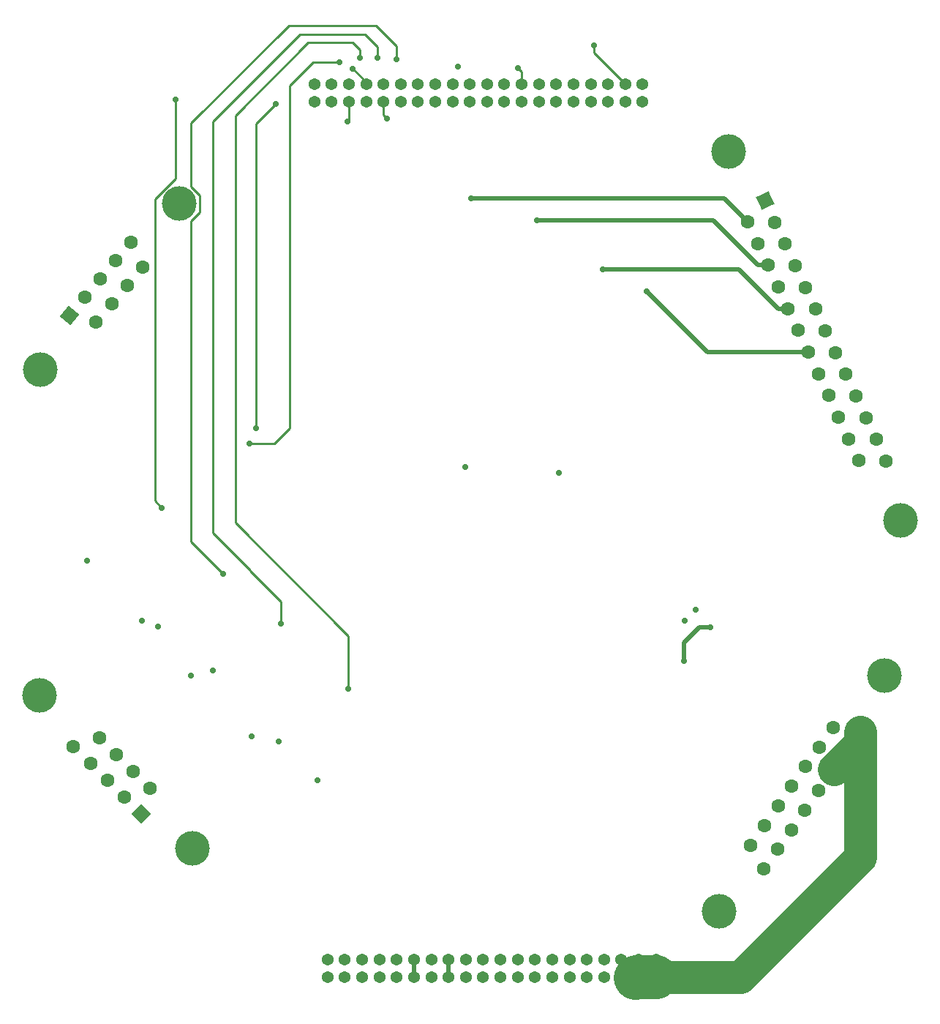
<source format=gbr>
%TF.GenerationSoftware,KiCad,Pcbnew,7.0.7*%
%TF.CreationDate,2024-03-26T09:21:42-07:00*%
%TF.ProjectId,Connector-board,436f6e6e-6563-4746-9f72-2d626f617264,rev?*%
%TF.SameCoordinates,Original*%
%TF.FileFunction,Copper,L4,Bot*%
%TF.FilePolarity,Positive*%
%FSLAX46Y46*%
G04 Gerber Fmt 4.6, Leading zero omitted, Abs format (unit mm)*
G04 Created by KiCad (PCBNEW 7.0.7) date 2024-03-26 09:21:42*
%MOMM*%
%LPD*%
G01*
G04 APERTURE LIST*
G04 Aperture macros list*
%AMRotRect*
0 Rectangle, with rotation*
0 The origin of the aperture is its center*
0 $1 length*
0 $2 width*
0 $3 Rotation angle, in degrees counterclockwise*
0 Add horizontal line*
21,1,$1,$2,0,0,$3*%
G04 Aperture macros list end*
%TA.AperFunction,ComponentPad*%
%ADD10C,4.000000*%
%TD*%
%TA.AperFunction,ComponentPad*%
%ADD11RotRect,1.600000X1.600000X115.000000*%
%TD*%
%TA.AperFunction,ComponentPad*%
%ADD12C,1.600000*%
%TD*%
%TA.AperFunction,ComponentPad*%
%ADD13C,1.371600*%
%TD*%
%TA.AperFunction,ComponentPad*%
%ADD14RotRect,1.600000X1.600000X315.000000*%
%TD*%
%TA.AperFunction,ComponentPad*%
%ADD15RotRect,1.600000X1.600000X55.000000*%
%TD*%
%TA.AperFunction,ComponentPad*%
%ADD16RotRect,1.600000X1.600000X230.000000*%
%TD*%
%TA.AperFunction,ViaPad*%
%ADD17C,0.711200*%
%TD*%
%TA.AperFunction,Conductor*%
%ADD18C,3.810000*%
%TD*%
%TA.AperFunction,Conductor*%
%ADD19C,5.080000*%
%TD*%
%TA.AperFunction,Conductor*%
%ADD20C,0.508000*%
%TD*%
%TA.AperFunction,Conductor*%
%ADD21C,0.254000*%
%TD*%
G04 APERTURE END LIST*
D10*
%TO.P,PT_DSUB1,0*%
%TO.N,N/C*%
X222383093Y-106381776D03*
X202477772Y-63694679D03*
D11*
%TO.P,PT_DSUB1,1,1*%
%TO.N,PT1_E+*%
X206693474Y-69375274D03*
D12*
%TO.P,PT_DSUB1,2,2*%
%TO.N,PT1_E-*%
X207864127Y-71885747D03*
%TO.P,PT_DSUB1,3,3*%
%TO.N,PT1_E+*%
X209034779Y-74396219D03*
%TO.P,PT_DSUB1,4,4*%
%TO.N,PT1_E-*%
X210205432Y-76906692D03*
%TO.P,PT_DSUB1,5,5*%
%TO.N,PT1_E+*%
X211376084Y-79417164D03*
%TO.P,PT_DSUB1,6,6*%
%TO.N,PT1_E-*%
X212546737Y-81927637D03*
%TO.P,PT_DSUB1,7,7*%
%TO.N,PT1_E+*%
X213717390Y-84438109D03*
%TO.P,PT_DSUB1,8,8*%
%TO.N,PT1_E-*%
X214888042Y-86948582D03*
%TO.P,PT_DSUB1,9,9*%
%TO.N,PT1_E+*%
X216058695Y-89459055D03*
%TO.P,PT_DSUB1,10,10*%
%TO.N,PT1_E-*%
X217229347Y-91969527D03*
%TO.P,PT_DSUB1,11,11*%
%TO.N,PT1_E+*%
X218400000Y-94480000D03*
%TO.P,PT_DSUB1,12,12*%
%TO.N,PT1_E-*%
X219570652Y-96990472D03*
%TO.P,PT_DSUB1,13,13*%
%TO.N,unconnected-(PT_DSUB1-Pad13)*%
X220741305Y-99500945D03*
%TO.P,PT_DSUB1,14,P14*%
%TO.N,PT1_A+*%
X204704886Y-71830746D03*
%TO.P,PT_DSUB1,15,P15*%
%TO.N,unconnected-(PT_DSUB1-P15-Pad15)*%
X205875539Y-74341219D03*
%TO.P,PT_DSUB1,16,P16*%
%TO.N,PT2_A+*%
X207046191Y-76851691D03*
%TO.P,PT_DSUB1,17,P17*%
%TO.N,unconnected-(PT_DSUB1-P17-Pad17)*%
X208216844Y-79362164D03*
%TO.P,PT_DSUB1,18,P18*%
%TO.N,PT3_A+*%
X209387497Y-81872636D03*
%TO.P,PT_DSUB1,19,P19*%
%TO.N,unconnected-(PT_DSUB1-P19-Pad19)*%
X210558149Y-84383109D03*
%TO.P,PT_DSUB1,20,P20*%
%TO.N,PT4_A+*%
X211728802Y-86893582D03*
%TO.P,PT_DSUB1,21,P21*%
%TO.N,unconnected-(PT_DSUB1-P21-Pad21)*%
X212899454Y-89404054D03*
%TO.P,PT_DSUB1,22,P22*%
%TO.N,PT5_A+*%
X214070107Y-91914527D03*
%TO.P,PT_DSUB1,23,P23*%
%TO.N,unconnected-(PT_DSUB1-P23-Pad23)*%
X215240759Y-94424999D03*
%TO.P,PT_DSUB1,24,P24*%
%TO.N,PT6_A+*%
X216411412Y-96935472D03*
%TO.P,PT_DSUB1,25,P25*%
%TO.N,unconnected-(PT_DSUB1-P25-Pad25)*%
X217582065Y-99445944D03*
%TD*%
D13*
%TO.P,J1,A1,Pin_1*%
%TO.N,+3.3V*%
X156086831Y-159170000D03*
%TO.P,J1,A2,Pin_2*%
X156086831Y-157170000D03*
%TO.P,J1,A3,Pin_3*%
%TO.N,PT1_E-*%
X158086831Y-159170000D03*
%TO.P,J1,A4,Pin_4*%
X158086831Y-157170000D03*
%TO.P,J1,A5,Pin_5*%
%TO.N,PT1_E+*%
X160086831Y-159170000D03*
%TO.P,J1,A6,Pin_6*%
X160086831Y-157170000D03*
%TO.P,J1,A7,Pin_7*%
X162086831Y-159170000D03*
%TO.P,J1,A8,Pin_8*%
X162086831Y-157170000D03*
%TO.P,J1,A9,Pin_9*%
%TO.N,PT1_E-*%
X164086831Y-159170000D03*
%TO.P,J1,A10,Pin_10*%
X164086831Y-157170000D03*
%TO.P,J1,A11,Pin_11*%
%TO.N,FLIGHT_LOX_VENT*%
X166086831Y-159170000D03*
%TO.P,J1,A12,Pin_12*%
X166086831Y-157170000D03*
%TO.P,J1,A13,Pin_13*%
%TO.N,PT1_E-*%
X168086831Y-159170000D03*
%TO.P,J1,A14,Pin_14*%
X168086831Y-157170000D03*
%TO.P,J1,A15,Pin_15*%
%TO.N,FLIGHT_ETH_VENT*%
X170086831Y-159170000D03*
%TO.P,J1,A16,Pin_16*%
X170086831Y-157170000D03*
%TO.P,J1,A17,Pin_17*%
%TO.N,PT1_E-*%
X172086831Y-159170000D03*
%TO.P,J1,A18,Pin_18*%
X172086831Y-157170000D03*
%TO.P,J1,A19,Pin_19*%
%TO.N,FLIGHT_ETH_MAIN*%
X174086831Y-159170000D03*
%TO.P,J1,A20,Pin_20*%
X174086831Y-157170000D03*
%TO.P,J1,A21,Pin_21*%
%TO.N,PT1_E-*%
X176086831Y-159170000D03*
%TO.P,J1,A22,Pin_22*%
X176086831Y-157170000D03*
%TO.P,J1,A23,Pin_23*%
%TO.N,unconnected-(J1A-Pin_23-PadA23)*%
X178086831Y-159170000D03*
%TO.P,J1,A24,Pin_24*%
%TO.N,unconnected-(J1A-Pin_24-PadA24)*%
X178086831Y-157170000D03*
%TO.P,J1,A25,Pin_25*%
%TO.N,PT1_E-*%
X180086831Y-159170000D03*
%TO.P,J1,A26,Pin_26*%
X180086831Y-157170000D03*
%TO.P,J1,A27,Pin_27*%
%TO.N,unconnected-(J1A-Pin_27-PadA27)*%
X182086831Y-159170000D03*
%TO.P,J1,A28,Pin_28*%
%TO.N,unconnected-(J1A-Pin_28-PadA28)*%
X182086831Y-157170000D03*
%TO.P,J1,A29,Pin_29*%
%TO.N,unconnected-(J1A-Pin_29-PadA29)*%
X184086831Y-159170000D03*
%TO.P,J1,A30,Pin_30*%
%TO.N,unconnected-(J1A-Pin_30-PadA30)*%
X184086831Y-157170000D03*
%TO.P,J1,A31,Pin_31*%
%TO.N,unconnected-(J1A-Pin_31-PadA31)*%
X186086831Y-159170000D03*
%TO.P,J1,A32,Pin_32*%
%TO.N,unconnected-(J1A-Pin_32-PadA32)*%
X186086831Y-157170000D03*
%TO.P,J1,A33,Pin_33*%
%TO.N,unconnected-(J1A-Pin_33-PadA33)*%
X188086731Y-159170000D03*
%TO.P,J1,A34,Pin_34*%
%TO.N,unconnected-(J1A-Pin_34-PadA34)*%
X188086731Y-157170000D03*
%TO.P,J1,A35,Pin_35*%
%TO.N,PWR_SUP*%
X190086731Y-159170000D03*
%TO.P,J1,A36,Pin_36*%
X190086731Y-157170000D03*
%TO.P,J1,A37,Pin_37*%
X192086731Y-159170000D03*
%TO.P,J1,A38,Pin_38*%
X192086731Y-157170000D03*
%TO.P,J1,A39,Pin_39*%
X194086731Y-159170000D03*
%TO.P,J1,A40,Pin_40*%
X194086731Y-157170000D03*
%TO.P,J1,B1,Pin_1*%
%TO.N,unconnected-(J1B-Pin_1-PadB1)*%
X154550000Y-57900000D03*
%TO.P,J1,B2,Pin_2*%
%TO.N,SPI_SCK*%
X154550000Y-55900000D03*
%TO.P,J1,B3,Pin_3*%
%TO.N,unconnected-(J1B-Pin_3-PadB3)*%
X156550000Y-57900000D03*
%TO.P,J1,B4,Pin_4*%
%TO.N,SPI_MISO*%
X156550000Y-55900000D03*
%TO.P,J1,B5,Pin_5*%
%TO.N,PT1_E-*%
X158550000Y-57900000D03*
%TO.P,J1,B6,Pin_6*%
%TO.N,SPI_MOSI*%
X158550000Y-55900000D03*
%TO.P,J1,B7,Pin_7*%
%TO.N,unconnected-(J1B-Pin_7-PadB7)*%
X160550000Y-57900000D03*
%TO.P,J1,B8,Pin_8*%
%TO.N,PT1_E-*%
X160550000Y-55900000D03*
%TO.P,J1,B9,Pin_9*%
X162549900Y-57900000D03*
%TO.P,J1,B10,Pin_10*%
%TO.N,TC1_CS*%
X162549900Y-55900000D03*
%TO.P,J1,B11,Pin_11*%
%TO.N,PT1_E+*%
X164549900Y-57900000D03*
%TO.P,J1,B12,Pin_12*%
%TO.N,TC2_CS*%
X164549900Y-55900000D03*
%TO.P,J1,B13,Pin_13*%
%TO.N,PT1_E-*%
X166549900Y-57900000D03*
%TO.P,J1,B14,Pin_14*%
%TO.N,TC3_CS*%
X166549900Y-55900000D03*
%TO.P,J1,B15,Pin_15*%
%TO.N,PT1_A+*%
X168549900Y-57900000D03*
%TO.P,J1,B16,Pin_16*%
%TO.N,TC4_CS*%
X168549900Y-55900000D03*
%TO.P,J1,B17,Pin_17*%
%TO.N,PT1_E-*%
X170549900Y-57900000D03*
%TO.P,J1,B18,Pin_18*%
X170549900Y-55900000D03*
%TO.P,J1,B19,Pin_19*%
%TO.N,PT1_E+*%
X172549900Y-57900000D03*
%TO.P,J1,B20,Pin_20*%
%TO.N,unconnected-(J1B-Pin_20-PadB20)*%
X172549900Y-55900000D03*
%TO.P,J1,B21,Pin_21*%
%TO.N,PT1_E-*%
X174549900Y-57900000D03*
%TO.P,J1,B22,Pin_22*%
%TO.N,unconnected-(J1B-Pin_22-PadB22)*%
X174549900Y-55900000D03*
%TO.P,J1,B23,Pin_23*%
%TO.N,PT2_A+*%
X176549900Y-57900000D03*
%TO.P,J1,B24,Pin_24*%
%TO.N,unconnected-(J1B-Pin_24-PadB24)*%
X176549900Y-55900000D03*
%TO.P,J1,B25,Pin_25*%
%TO.N,PT1_E-*%
X178549900Y-57900000D03*
%TO.P,J1,B26,Pin_26*%
X178549900Y-55900000D03*
%TO.P,J1,B27,Pin_27*%
%TO.N,PT1_E+*%
X180549900Y-57900000D03*
%TO.P,J1,B28,Pin_28*%
X180549900Y-55900000D03*
%TO.P,J1,B29,Pin_29*%
%TO.N,PT1_E-*%
X182549900Y-57900000D03*
%TO.P,J1,B30,Pin_30*%
X182549900Y-55900000D03*
%TO.P,J1,B31,Pin_31*%
%TO.N,PT3_A+*%
X184549900Y-57900000D03*
%TO.P,J1,B32,Pin_32*%
%TO.N,PT5_A+*%
X184549900Y-55900000D03*
%TO.P,J1,B33,Pin_33*%
%TO.N,PT1_E-*%
X186549900Y-57900000D03*
%TO.P,J1,B34,Pin_34*%
X186549900Y-55900000D03*
%TO.P,J1,B35,Pin_35*%
%TO.N,PT1_E+*%
X188549900Y-57900000D03*
%TO.P,J1,B36,Pin_36*%
X188549900Y-55900000D03*
%TO.P,J1,B37,Pin_37*%
%TO.N,PT1_E-*%
X190549900Y-57900000D03*
%TO.P,J1,B38,Pin_38*%
X190549900Y-55900000D03*
%TO.P,J1,B39,Pin_39*%
%TO.N,PT4_A+*%
X192549900Y-57900000D03*
%TO.P,J1,B40,Pin_40*%
%TO.N,PT6_A+*%
X192549900Y-55900000D03*
%TD*%
D10*
%TO.P,4TC_DSUB1,0*%
%TO.N,N/C*%
X122764701Y-126571772D03*
X140442371Y-144249442D03*
D14*
%TO.P,4TC_DSUB1,1,1*%
%TO.N,TC1_T-*%
X134516816Y-140332070D03*
D12*
%TO.P,4TC_DSUB1,2,2*%
%TO.N,TC2_T-*%
X132558130Y-138373384D03*
%TO.P,4TC_DSUB1,3,3*%
%TO.N,TC3_T-*%
X130599444Y-136414698D03*
%TO.P,4TC_DSUB1,4,4*%
%TO.N,TC4_T-*%
X128640759Y-134456013D03*
%TO.P,4TC_DSUB1,5,5*%
%TO.N,unconnected-(4TC_DSUB1-Pad5)*%
X126682073Y-132497327D03*
%TO.P,4TC_DSUB1,6,6*%
%TO.N,TC1_T+*%
X135545656Y-137344544D03*
%TO.P,4TC_DSUB1,7,7*%
%TO.N,TC2_T+*%
X133586971Y-135385858D03*
%TO.P,4TC_DSUB1,8,8*%
%TO.N,TC3_T+*%
X131628285Y-133427172D03*
%TO.P,4TC_DSUB1,9,9*%
%TO.N,TC4_T+*%
X129669599Y-131468486D03*
%TD*%
D10*
%TO.P,GND_DSUB1,0*%
%TO.N,N/C*%
X201425933Y-151566082D03*
X220526028Y-124288319D03*
D15*
%TO.P,GND_DSUB1,1,1*%
%TO.N,PWR_SUP*%
X217700000Y-130800000D03*
D12*
%TO.P,GND_DSUB1,2,2*%
X216111193Y-133069051D03*
%TO.P,GND_DSUB1,3,3*%
X214522387Y-135338102D03*
%TO.P,GND_DSUB1,4,4*%
%TO.N,unconnected-(GND_DSUB1-Pad4)*%
X212933580Y-137607153D03*
%TO.P,GND_DSUB1,5,5*%
%TO.N,GROUND_ETH_VENT*%
X211344773Y-139876205D03*
%TO.P,GND_DSUB1,6,6*%
%TO.N,GROUND_LOX_VENT*%
X209755966Y-142145256D03*
%TO.P,GND_DSUB1,7,7*%
%TO.N,unconnected-(GND_DSUB1-Pad7)*%
X208167160Y-144414307D03*
%TO.P,GND_DSUB1,8,8*%
%TO.N,unconnected-(GND_DSUB1-Pad8)*%
X206578353Y-146683358D03*
%TO.P,GND_DSUB1,9,P9*%
%TO.N,PT1_E-*%
X214579205Y-130305569D03*
%TO.P,GND_DSUB1,10,P10*%
X212990398Y-132574620D03*
%TO.P,GND_DSUB1,11,P111*%
X211401591Y-134843671D03*
%TO.P,GND_DSUB1,12,P12*%
X209812785Y-137112722D03*
%TO.P,GND_DSUB1,13,P13*%
%TO.N,REDS_ETH_VENT*%
X208223978Y-139381773D03*
%TO.P,GND_DSUB1,14,P14*%
%TO.N,REDS_LOX_VENT*%
X206635171Y-141650824D03*
%TO.P,GND_DSUB1,15,P15*%
%TO.N,unconnected-(GND_DSUB1-P15-Pad15)*%
X205046364Y-143919875D03*
%TD*%
D10*
%TO.P,SOLENOIDS_DSUB1,0*%
%TO.N,N/C*%
X138924588Y-69728891D03*
X122854897Y-88880002D03*
D16*
%TO.P,SOLENOIDS_DSUB1,1,1*%
%TO.N,LOX_VENT*%
X126240916Y-82635574D03*
D12*
%TO.P,SOLENOIDS_DSUB1,2,2*%
%TO.N,ETH_VENT*%
X128021438Y-80513631D03*
%TO.P,SOLENOIDS_DSUB1,3,3*%
%TO.N,unconnected-(SOLENOIDS_DSUB1-Pad3)*%
X129801959Y-78391688D03*
%TO.P,SOLENOIDS_DSUB1,4,4*%
%TO.N,unconnected-(SOLENOIDS_DSUB1-Pad4)*%
X131582481Y-76269745D03*
%TO.P,SOLENOIDS_DSUB1,5,5*%
%TO.N,unconnected-(SOLENOIDS_DSUB1-Pad5)*%
X133363003Y-74147802D03*
%TO.P,SOLENOIDS_DSUB1,6,6*%
%TO.N,PT1_E-*%
X129306743Y-83400119D03*
%TO.P,SOLENOIDS_DSUB1,7,7*%
X131087265Y-81278176D03*
%TO.P,SOLENOIDS_DSUB1,8,8*%
%TO.N,unconnected-(SOLENOIDS_DSUB1-Pad8)*%
X132867786Y-79156233D03*
%TO.P,SOLENOIDS_DSUB1,9,9*%
%TO.N,unconnected-(SOLENOIDS_DSUB1-Pad9)*%
X134648308Y-77034290D03*
%TD*%
D17*
%TO.N,PT1_A+*%
X172680000Y-69080000D03*
%TO.N,PT2_A+*%
X180300000Y-71620000D03*
%TO.N,PT3_A+*%
X187920000Y-77335000D03*
%TO.N,PT4_A+*%
X193000000Y-79875000D03*
%TO.N,PT1_E-*%
X154900000Y-136390000D03*
X172045000Y-100195000D03*
X182840000Y-100830000D03*
X150455000Y-131945000D03*
X147280000Y-131310000D03*
X142835000Y-123690000D03*
X140295000Y-124325000D03*
X136485000Y-118610000D03*
X128230000Y-110990000D03*
X134580000Y-117975000D03*
X197445000Y-117975000D03*
X198715000Y-116705000D03*
X158400000Y-60200000D03*
X178100000Y-54000000D03*
X171200000Y-53900000D03*
X186900000Y-51400000D03*
X163000000Y-59900000D03*
X159000000Y-54100000D03*
%TO.N,TC1_CS*%
X159800000Y-52836100D03*
X158466261Y-125806600D03*
%TO.N,TC4_CS*%
X147060203Y-97500000D03*
X157500000Y-53400000D03*
%TO.N,TC2_CS*%
X150700000Y-118300000D03*
X161900000Y-52836100D03*
%TO.N,TC3_CS*%
X144000000Y-112500000D03*
X164100000Y-53000000D03*
%TO.N,ETH_VENT*%
X197300000Y-122600000D03*
X200400000Y-118700000D03*
%TO.N,SPI_SCK*%
X150100000Y-58200000D03*
X147796303Y-95662693D03*
%TO.N,SPI_MISO*%
X138500000Y-57700000D03*
X136900000Y-104900000D03*
%TD*%
D18*
%TO.N,PWR_SUP*%
X217700000Y-132160489D02*
X217700000Y-145345000D01*
X217700000Y-145345000D02*
X203875000Y-159170000D01*
X203875000Y-159170000D02*
X194086731Y-159170000D01*
D19*
X191810000Y-159170000D02*
X191730000Y-159250000D01*
X194086731Y-159170000D02*
X191810000Y-159170000D01*
D18*
X217700000Y-130800000D02*
X217700000Y-132160489D01*
X217700000Y-132160489D02*
X214685787Y-135174702D01*
D20*
%TO.N,PT1_A+*%
X172680000Y-69080000D02*
X201954140Y-69080000D01*
X201954140Y-69080000D02*
X204704886Y-71830746D01*
%TO.N,PT2_A+*%
X200683130Y-71620000D02*
X205914821Y-76851691D01*
X180300000Y-71620000D02*
X200683130Y-71620000D01*
X205914821Y-76851691D02*
X207046191Y-76851691D01*
%TO.N,PT3_A+*%
X187920000Y-77335000D02*
X203718491Y-77335000D01*
X208256127Y-81872636D02*
X209387497Y-81872636D01*
X203718491Y-77335000D02*
X208256127Y-81872636D01*
%TO.N,PT4_A+*%
X200018582Y-86893582D02*
X211728802Y-86893582D01*
X193000000Y-79875000D02*
X200018582Y-86893582D01*
D21*
%TO.N,PT1_E-*%
X158550000Y-60050000D02*
X158400000Y-60200000D01*
X162549900Y-59449900D02*
X163000000Y-59900000D01*
X160550000Y-55900000D02*
X160550000Y-55650000D01*
X178549900Y-54449900D02*
X178100000Y-54000000D01*
X186900000Y-52250100D02*
X186900000Y-51400000D01*
X158550000Y-57900000D02*
X158550000Y-60050000D01*
X162549900Y-57900000D02*
X162549900Y-59449900D01*
X190549900Y-55900000D02*
X186900000Y-52250100D01*
X178549900Y-55900000D02*
X178549900Y-54449900D01*
X160550000Y-55650000D02*
X159000000Y-54100000D01*
%TO.N,TC1_CS*%
X153800000Y-51100000D02*
X145400000Y-59500000D01*
X145400000Y-106600000D02*
X158500000Y-119700000D01*
X158400000Y-125800000D02*
X158406600Y-125806600D01*
X159000000Y-51100000D02*
X153800000Y-51100000D01*
X159800000Y-52836100D02*
X159800000Y-51900000D01*
X158406600Y-125806600D02*
X158466261Y-125806600D01*
X158500000Y-119700000D02*
X158500000Y-125700000D01*
X145400000Y-59500000D02*
X145400000Y-106600000D01*
X158500000Y-125700000D02*
X158400000Y-125800000D01*
X159800000Y-51900000D02*
X159000000Y-51100000D01*
%TO.N,TC4_CS*%
X147060203Y-97500000D02*
X149900000Y-97500000D01*
X154400000Y-53400000D02*
X157500000Y-53400000D01*
X151700000Y-95700000D02*
X151700000Y-56100000D01*
X149900000Y-97500000D02*
X151700000Y-95700000D01*
X151700000Y-56100000D02*
X154400000Y-53400000D01*
%TO.N,TC2_CS*%
X147094890Y-112194890D02*
X147094890Y-112094890D01*
X142800000Y-107800000D02*
X142800000Y-60200000D01*
X142800000Y-60200000D02*
X152900000Y-50100000D01*
X152900000Y-50100000D02*
X160400000Y-50100000D01*
X150700000Y-118300000D02*
X150700000Y-115800000D01*
X150700000Y-115800000D02*
X147094890Y-112194890D01*
X161900000Y-51600000D02*
X161900000Y-52836100D01*
X147094890Y-112094890D02*
X142800000Y-107800000D01*
X160400000Y-50100000D02*
X161900000Y-51600000D01*
%TO.N,TC3_CS*%
X164100000Y-53000000D02*
X164100000Y-51500000D01*
X161700000Y-49100000D02*
X151600000Y-49100000D01*
X164100000Y-51500000D02*
X161700000Y-49100000D01*
X141305588Y-70715134D02*
X140300000Y-71720722D01*
X140300000Y-108800000D02*
X144000000Y-112500000D01*
X151600000Y-49100000D02*
X140300000Y-60400000D01*
X140300000Y-71720722D02*
X140300000Y-108800000D01*
X141305588Y-68742648D02*
X141305588Y-70715134D01*
X140300000Y-60400000D02*
X140300000Y-67737060D01*
X140300000Y-67737060D02*
X141305588Y-68742648D01*
D20*
%TO.N,ETH_VENT*%
X199100000Y-118700000D02*
X200400000Y-118700000D01*
X197300000Y-122600000D02*
X197300000Y-120500000D01*
X197300000Y-120500000D02*
X199100000Y-118700000D01*
%TO.N,FLIGHT_ETH_VENT*%
X170086831Y-157170000D02*
X170086831Y-159170000D01*
%TO.N,FLIGHT_LOX_VENT*%
X166086831Y-159170000D02*
X166086831Y-157170000D01*
D21*
%TO.N,SPI_SCK*%
X147796303Y-60503697D02*
X150100000Y-58200000D01*
X147796303Y-95662693D02*
X147796303Y-60503697D01*
%TO.N,SPI_MISO*%
X136100000Y-69186236D02*
X136100000Y-104100000D01*
X136100000Y-104100000D02*
X136900000Y-104900000D01*
X138500000Y-66786236D02*
X136100000Y-69186236D01*
X138500000Y-57700000D02*
X138500000Y-66786236D01*
%TD*%
M02*

</source>
